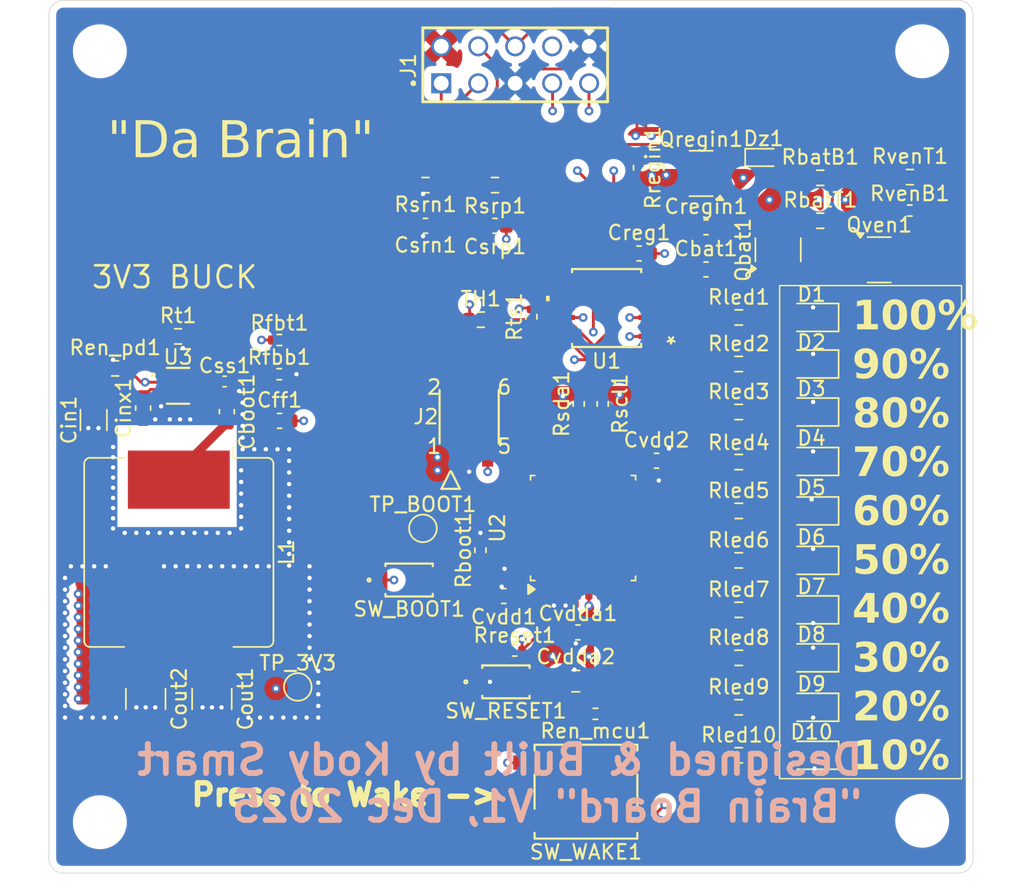
<source format=kicad_pcb>
(kicad_pcb (version 20241229) (generator "pcbnew") (generator_version "9.0")
  (layers (0 "F.Cu" signal) (4 "In1.Cu" signal) (6 "In2.Cu" signal) (2 "B.Cu" signal) (13 "F.Paste" user) (15 "B.Paste" user) (5 "F.SilkS" user "F.Silkscreen") (7 "B.SilkS" user "B.Silkscreen") (1 "F.Mask" user) (3 "B.Mask" user) (25 "Edge.Cuts" user))
  (net 0 "")
  (net 1 "/U1_BAT")
  (net 2 "/PACK_N")
  (net 3 "Net-(U3-SW)")
  (net 4 "/BST")
  (net 5 "/3V3_UI")
  (net 6 "Net-(U3-FB)")
  (net 7 "/PACK_P")
  (net 8 "GND")
  (net 9 "/REG25")
  (net 10 "/U1_REGIN")
  (net 11 "/SHUNT_N")
  (net 12 "/SHUNT_P")
  (net 13 "Net-(U3-SS)")
  (net 14 "Net-(D1-A)")
  (net 15 "Net-(D2-A)")
  (net 16 "Net-(D3-A)")
  (net 17 "Net-(D4-A)")
  (net 18 "Net-(D5-A)")
  (net 19 "Net-(D6-A)")
  (net 20 "Net-(D7-A)")
  (net 21 "Net-(D8-A)")
  (net 22 "Net-(D9-A)")
  (net 23 "Net-(D10-A)")
  (net 24 "Net-(Dz1-K)")
  (net 26 "/SWDIO")
  (net 27 "/SWCLK")
  (net 28 "/~{RST}")
  (net 29 "Net-(Qbat1-G)")
  (net 30 "Net-(Qbat1-D)")
  (net 31 "Net-(Qven1-G)")
  (net 32 "Net-(Qven1-D)")
  (net 33 "Net-(SW_BOOT1-B)")
  (net 34 "/EN_NET")
  (net 35 "Net-(U2-PA0)")
  (net 36 "/PA8_LED")
  (net 37 "/PB1_LED")
  (net 38 "/PB0_LED")
  (net 39 "/PA7_LED")
  (net 40 "/PA6_LED")
  (net 41 "/PA5_LED")
  (net 42 "/PA4_LED")
  (net 43 "/PA3_LED")
  (net 44 "/PA2_LED")
  (net 45 "/PA1_LED")
  (net 46 "/U3_SCL")
  (net 47 "/U3_SDA")
  (net 48 "Net-(U3-RT)")
  (net 49 "Net-(Rts1-Pad1)")
  (net 60 "/TS_EXT")
  (footprint "Capacitor_SMD:C_0603_1608Metric" (layer "F.Cu") (at 153.842893 108.742893 180)
    (property "Reference" "Cvdd1")
    (property "Value" "0.1uF")
  )
  (footprint "Inductor_SMD:L_Bourns_SRR1208_12.7x12.7mm" (layer "F.Cu") (at 131.517893 105.742893 -90)
    (property "Reference" "L1")
    (property "Value" "SRR1208-120ML")
  )
  (footprint "LED_SMD:LED_0805_2012Metric_Pad1.15x1.40mm_HandSolder" (layer "F.Cu") (at 174.992893 92.792893 180)
    (property "Reference" "D2")
    (property "Value" "5988170107F")
  )
  (footprint "Resistor_SMD:R_0402_1005Metric" (layer "F.Cu") (at 181.742893 82.242893)
    (property "Reference" "RvenB1")
    (property "Value" "RC0402JR-07100KL")
  )
  (footprint "Capacitor_SMD:C_0603_1608Metric" (layer "F.Cu") (at 158.942893 111.242893)
    (property "Reference" "Cvdda1")
    (property "Value" "Yageo CC0603KRX7R9BB104")
  )
  (footprint "Resistor_SMD:R_0603_1608Metric_Pad0.98x0.95mm_HandSolder" (layer "F.Cu") (at 169.992893 89.592893 180)
    (property "Reference" "Rled1")
    (property "Value" "RMCF0603FT1K00")
  )
  (footprint "Capacitor_SMD:C_1206_3216Metric" (layer "F.Cu") (at 125.667893 96.642893 -90)
    (property "Reference" "Cin1")
    (property "Value" "CL31A106KBHNNNE")
  )
  (footprint "Capacitor_SMD:C_0603_1608Metric" (layer "F.Cu") (at 163.142893 85.192893)
    (property "Reference" "Creg1")
    (property "Value" "GMC10X7R225K25NT")
  )
  (footprint "Resistor_SMD:R_0603_1608Metric" (layer "F.Cu") (at 148.467893 80.492893)
    (property "Reference" "Rsrn1")
    (property "Value" "CRCW0603100RFKEA")
  )
  (footprint "Capacitor_SMD:C_0603_1608Metric" (layer "F.Cu") (at 164.342893 99.442893)
    (property "Reference" "Cvdd2")
    (property "Value" "0.1uF")
  )
  (footprint "Capacitor_SMD:C_0603_1608Metric" (layer "F.Cu") (at 134.817893 96.067893 -90)
    (property "Reference" "Cboot1")
    (property "Value" "CC0603KRX7R9BB104")
  )
  (footprint "Resistor_SMD:R_0402_1005Metric" (layer "F.Cu") (at 155.742893 89.542893 90)
    (property "Reference" "Rts1")
    (property "Value" "RC0402JR-0710KL")
  )
  (footprint "Capacitor_SMD:C_1210_3225Metric" (layer "F.Cu") (at 129.242893 115.817893 -90)
    (property "Reference" "Cout2")
    (property "Value" "GRM32ER61C476KE15L")
  )
  (footprint "Resistor_SMD:R_0603_1608Metric_Pad0.98x0.95mm_HandSolder" (layer "F.Cu") (at 169.992893 102.892893 180)
    (property "Reference" "Rled5")
    (property "Value" "RMCF0603FT1K00")
  )
  (footprint "Resistor_SMD:R_0603_1608Metric_Pad0.98x0.95mm_HandSolder" (layer "F.Cu") (at 169.992893 109.692893 180)
    (property "Reference" "Rled7")
    (property "Value" "RMCF0603FT1K00")
  )
  (footprint "LED_SMD:LED_0805_2012Metric_Pad1.15x1.40mm_HandSolder" (layer "F.Cu") (at 174.992893 96.092893 180)
    (property "Reference" "D3")
    (property "Value" "5988170107F")
  )
  (footprint "Package_QFP:LQFP-32_7x7mm_P0.8mm" (layer "F.Cu") (at 159.292893 104.067893 90)
    (property "Reference" "U2")
    (property "Value" "STM32L031K6T6TR")
  )
  (footprint "Resistor_SMD:R_0603_1608Metric_Pad0.98x0.95mm_HandSolder" (layer "F.Cu") (at 169.992893 112.992893 180)
    (property "Reference" "Rled8")
    (property "Value" "RMCF0603FT1K00")
  )
  (footprint "KXT_311_LHS:KXT 311 LHS_CNK" (layer "F.Cu") (at 153.992893 114.642893)
    (property "Reference" "SW_RESET1")
    (property "Value" "Y25D31110FP")
  )
  (footprint "Resistor_SMD:R_0603_1608Metric" (layer "F.Cu") (at 181.752893 79.942893)
    (property "Reference" "RvenT1")
    (property "Value" "CRCW0603330KFKEA")
  )
  (footprint "Resistor_SMD:R_0402_1005Metric" (layer "F.Cu") (at 152.242893 105.592893 90)
    (property "Reference" "Rboot1")
    (property "Value" "RC0402JR-07100KL")
  )
  (footprint "TestPoint:TestPoint_Pad_D1.5mm" (layer "F.Cu") (at 148.292893 104.092893)
    (property "Reference" "TP_BOOT1")
    (property "Value" "TestPoint")
  )
  (footprint "Package_TO_SOT_SMD:SOT-23-3" (layer "F.Cu") (at 172.692893 84.942893 90)
    (property "Reference" "Qbat1")
    (property "Value" "BSS84-7-F")
  )
  (footprint "Resistor_SMD:R_0603_1608Metric" (layer "F.Cu") (at 131.467893 90.892893)
    (property "Reference" "Rt1")
    (property "Value" "CRCW060361K9FKEA")
  )
  (footprint "Resistor_SMD:R_0402_1005Metric" (layer "F.Cu") (at 154.592893 112.492893)
    (property "Reference" "Rreset1")
    (property "Value" "RC0402JR-0710KL")
  )
  (footprint "Resistor_SMD:R_0603_1608Metric" (layer "F.Cu") (at 152.267893 89.742893)
    (property "Reference" "TH1")
    (property "Value" "103KT1608T-1P")
  )
  (footprint "LED_SMD:LED_0805_2012Metric_Pad1.15x1.40mm_HandSolder" (layer "F.Cu") (at 174.992893 116.392893 180)
    (property "Reference" "D9")
    (property "Value" "B1701URO-20D000114U1930")
  )
  (footprint "Package_TO_SOT_SMD:SOT-23-3" (layer "F.Cu") (at 167.405393 79.692893 180)
    (property "Reference" "Qregin1")
    (property "Value" "2N7002")
  )
  (footprint "Capacitor_SMD:C_0603_1608Metric" (layer "F.Cu") (at 167.742893 86.292893)
    (property "Reference" "Cbat1")
    (property "Value" "GRM1885C1H332JA01D")
  )
  (footprint "MountingHole:MountingHole_3.2mm_M3" (layer "F.Cu") (at 126.092893 71.292893)
    (property "Reference" "H1" (hide yes))
    (property "Value" "MountingHole")
  )
  (footprint "Diode_SMD:D_SOD-523" (layer "F.Cu") (at 171.692893 78.592893)
    (property "Reference" "Dz1")
    (property "Value" "BZT52C5V6T-7")
  )
  (footprint "Resistor_SMD:R_0603_1608Metric_Pad0.98x0.95mm_HandSolder" (layer "F.Cu") (at 169.992893 96.092893 180)
    (property "Reference" "Rled3")
    (property "Value" "RMCF0603FT1K00")
  )
  (footprint "LED_SMD:LED_0805_2012Metric_Pad1.15x1.40mm_HandSolder" (layer "F.Cu") (at 174.992893 119.692893 180)
    (property "Reference" "D10")
    (property "Value" "B1701URO-20D000114U1930")
  )
  (footprint "LED_SMD:LED_0805_2012Metric_Pad1.15x1.40mm_HandSolder" (layer "F.Cu") (at 174.992893 112.992893 180)
    (property "Reference" "D8")
    (property "Value" "B1701UY--20D000214U1930")
  )
  (footprint "TestPoint:TestPoint_Pad_D1.5mm" (layer "F.Cu") (at 139.692893 114.992893)
    (property "Reference" "TP_3V3")
    (property "Value" "TestPoint")
  )
  (footprint "LED_SMD:LED_0805_2012Metric_Pad1.15x1.40mm_HandSolder" (layer "F.Cu") (at 174.992893 99.492893 180)
    (property "Reference" "D4")
    (property "Value" "5988170107F")
  )
  (footprint "MountingHole:MountingHole_3.2mm_M3" (layer "F.Cu") (at 182.592893 124.192893)
    (property "Reference" "H4" (hide yes))
    (property "Value" "MountingHole")
  )
  (footprint "LED_SMD:LED_0805_2012Metric_Pad1.15x1.40mm_HandSolder" (layer "F.Cu") (at 174.992893 102.892893 180)
    (property "Reference" "D5")
    (property "Value" "5988170107F")
  )
  (footprint "Resistor_SMD:R_0603_1608Metric" (layer "F.Cu") (at 153.242893 80.492893 180)
    (property "Reference" "Rsrp1")
    (property "Value" "CRCW0603100RFKEA")
  )
  (footprint "Capacitor_SMD:C_0603_1608Metric" (layer "F.Cu") (at 138.442893 96.7)
    (property "Reference" "Cff1")
    (property "Value" "C0603C560J5GACTU")
  )
  (footprint "MountingHole:MountingHole_3.2mm_M3" (layer "F.Cu") (at 182.592893 71.292893)
    (property "Reference" "H2" (hide yes))
    (property "Value" "MountingHole")
  )
  (footprint "Capacitor_SMD:C_0603_1608Metric" (layer "F.Cu") (at 148.467893 83.292893)
    (property "Reference" "Csrn1")
    (property "Value" "CC0603KRX7R9BB104")
  )
  (footprint "Capacitor_SMD:C_0603_1608Metric" (layer "F.Cu") (at 153.242893 83.292893 180)
    (property "Reference" "Csrp1")
    (property "Value" "CC0603KRX7R9BB104")
  )
  (footprint "LED_SMD:LED_0805_2012Metric_Pad1.15x1.40mm_HandSolder" (layer "F.Cu") (at 174.992893 89.592893 180)
    (property "Reference" "D1")
    (property "Value" "5988170107F")
  )
  (footprint "TPS62932DRLR:SOT8_DRL_TEX" (layer "F.Cu") (at 131.467993 94.292704)
    (property "Reference" "U3")
    (property "Value" "TPS62932DRLR")
  )
  (footprint "LED_SMD:LED_0805_2012Metric_Pad1.15x1.40mm_HandSolder" (layer "F.Cu") (at 174.992893 106.292893 180)
    (property "Reference" "D6")
    (property "Value" "5988170107F")
  )
  (footprint "LED_SMD:LED_0805_2012Metric_Pad1.15x1.40mm_HandSolder" (layer "F.Cu") (at 174.992893 109.692893 180)
    (property "Reference" "D7")
    (property "Value" "B1701UY--20D000214U1930")
  )
  (footprint "Capacitor_SMD:C_0402_1005Metric" (layer "F.Cu") (at 134.667893 93.992893)
    (property "Reference" "Css1")
    (property "Value" "GRM155R71A333KA01D")
  )
  (footprint "Resistor_SMD:R_0603_1608Metric" (layer "F.Cu") (at 175.592893 82.942893)
    (property "Reference" "RbatT1")
    (property "Value" "RC0603FR-07150KL")
  )
  (footprint "Resistor_SMD:R_0402_1005Metric" (layer "F.Cu") (at 163.142893 79.292893 90)
    (property "Reference" "Rregin1")
    (property "Value" "RC0402JR-0710KL")
  )
  (footprint "Capacitor_SMD:C_1210_3225Metric" (layer "F.Cu") (at 133.792893 115.817893 -90)
    (property "Reference" "Cout1")
    (property "Value" "GRM31CR61A476ME15L")
  )
  (footprint "Capacitor_SMD:C_0603_1608Metric" (layer "F.Cu") (at 129.067893 95.822893 -90)
    (property "Reference" "Cinx1")
    (property "Value" "CC0603KRX7R9BB104")
  )
  (footprint "Resistor_SMD:R_0402_1005Metric" (layer "F.Cu") (at 138.427893 91.142893)
    (property "Reference" "Rfbt1")
    (property "Value" "CRCW040230K9FKED")
  )
  (footprint "Resistor_SMD:R_0402_1005Metric" (layer "F.Cu") (at 160.642893 95.532893 90)
    (property "Reference" "Rscl1")
    (property "Value" "RC0603FR-074K7L")
  )
  (footprint "Resistor_SMD:R_0603_1608Metric_Pad0.98x0.95mm_HandSolder" (layer "F.Cu") (at 169.992893 99.532893 180)
    (property "Reference" "Rled4")
    (property "Value" "RMCF0603FT1K00")
  )
  (footprint "Resistor_SMD:R_0603_1608Metric" (layer "F.Cu") (at 175.592893 79.992893)
    (property "Reference" "RbatB1")
    (property "Value" "RC0603FR-074K7L")
  )
  (footprint "Package_TO_SOT_SMD:SOT-23-3" (layer "F.Cu") (at 179.642893 85.630393)
    (property "Reference" "Qven1")
    (property "Value" "DMN3042L-7")
  )
  (footprint "Capacitor_SMD:C_0805_2012Metric" (layer "F.Cu") (at 158.792893 114.592893)
    (property "Reference" "Cvdda2")
    (property "Value" "CL21B105KBFNNNE")
  )
  (footprint "Samsung_BTN_SMD:EVQQ2_3_PAN" (layer "F.Cu") (at 159.492891 122.192894 180)
    (property "Reference" "SW_WAKE1")
    (property "Value" "EVQ-Q2U03W")
  )
  (footprint "FTSH-103-01-L-DV-TR:CON6_2X3_DU_FTSH_SAI" (layer "F.Cu") (at 151.467893 96.417893)
    (property "Reference" "J2")
    (property "Value" "SWD")
  )
  (footprint "MountingHole:MountingHole_3.2mm_M3" (layer "F.Cu") (at 126.092893 124.292893)
    (property "Reference" "H3" (hide yes))
    (property "Value" "MountingHole")
  )
  (footprint "KXT_311_LHS:KXT 311 LHS_CNK" (layer "F.Cu") (at 147.342893 107.642893)
    (property "Reference" "SW_BOOT1")
    (property "Value" "Y25D31110FP")
  )
  (footprint "Resistor_SMD:R_0402_1005Metric" (layer "F.Cu") (at 138.417893 93.492893)
    (property "Reference" "Rfbb1")
    (property "Value" "RC0402JR-0710KL")
  )
  (footprint "Resistor_SMD:R_0603_1608Metric" (layer "F.Cu") (at 127.142893 93.092893)
    (property "Reference" "Ren_pd1")
    (property "Value" "CRCW06031M00FKEA")
  )
  (footprint "Capacitor_SMD:C_0603_1608Metric" (layer "F.Cu") (at 167.742893 83.392893)
    (property "Reference" "Cregin1")
    (property "Value" "CC0603KRX7R9BB104")
  )
  (footprint "Resistor_SMD:R_0603_1608Metric_Pad0.98x0.95mm_HandSolder" (layer "F.Cu") (at 169.992893 116.392893 180)
    (property "Reference" "Rled9")
    (property "Value" "RMCF0603FT1K00")
  )
  (footprint "Resistor_SMD:R_0603_1608Metric_Pad0.98x0.95mm_HandSolder" (layer "F.Cu") (at 169.992893 92.792893 180)
    (property "Reference" "Rled2")
    (property "Value" "RMCF0603FT1K00")
  )
  (footprint "Resistor_SMD:R_0603_1608Metric_Pad0.98x0.95mm_HandSolder" (layer "F.Cu") (at 169.992893 106.292893 180)
    (property "Reference" "Rled6")
    (property "Value" "RMCF0603FT1K00")
  )
  (footprint "Resistor_SMD:R_0402_1005Metric" (layer "F.Cu") (at 158.992893 95.532893 90)
    (property "Reference" "Rsda1")
    (property "Value" "RC0603FR-074K7L")
  )
  (footprint "BQ34Z100R2:PW14_TEX" (layer "F.Cu") (at 160.913893 88.942894 180)
    (property "Reference" "U1")
    (property "Value" "BQ34Z100PWR-R2")
  )
  (footprint "Resistor_SMD:R_0603_1608Metric_Pad0.98x0.95mm_HandSolder" (layer "F.Cu") (at 169.992893 119.692893 180)
    (property "Reference" "Rled10")
    (property "Value" "RMCF0603FT1K00")
  )
  (footprint "Resistor_SMD:R_0402_1005Metric" (layer "F.Cu") (at 160.142893 116.842893 180)
    (property "Reference" "Ren_mcu1")
    (property "Value" "RC0402JR-0710KL")
  )
  (footprint "Samtec_2x05_THT:SAMTEC_DW-05-X-X-D-X" (layer "F.Cu") (at 149.550393 73.492893)
    (property "Reference" "J1")
    (property "Value" "HW-05-08-F-D-250-SM")
  )
  (gr_rect (start 172.8 87.4) (end 185.3 121.3) (stroke (width 0.1)) (fill no) (layer "F.SilkS"))
  (gr_arc (start 185.092893 67.792893) (mid 185.8 68.085786) (end 186.092893 68.792893) (stroke (width 0.05)) (layer "Edge.Cuts"))
  (gr_arc (start 123.592893 127.792893) (mid 122.885786 127.5) (end 122.592893 126.792893) (stroke (width 0.05)) (layer "Edge.Cuts"))
  (gr_line (start 123.592893 67.792893) (end 185.092893 67.792893) (stroke (width 0.05)) (layer "Edge.Cuts"))
  (gr_arc (start 186.092893 126.792893) (mid 185.8 127.5) (end 185.092893 127.792893) (stroke (width 0.05)) (layer "Edge.Cuts"))
  (gr_line (start 122.592908 126.792893) (end 122.592908 68.792893) (stroke (width 0.05)) (layer "Edge.Cuts"))
  (gr_line (start 185.092893 127.792893) (end 123.592893 127.792893) (stroke (width 0.05)) (layer "Edge.Cuts"))
  (gr_line (start 186.092893 68.792893) (end 186.092893 126.792893) (stroke (width 0.05)) (layer "Edge.Cuts"))
  (gr_arc (start 122.592893 68.792893) (mid 122.885786 68.085786) (end 123.592893 67.792893) (stroke (width 0.05)) (layer "Edge.Cuts"))
  (gr_text "Press to Wake ->" (at 132.2 123.282269 0) (layer "F.SilkS") (effects (font (size 1.5 1.5) (thickness 0.375) (bold yes)) (justify left bottom)))
  (gr_text "{dblquote}Da Brain{dblquote}" (at 126.6 79 0) (layer "F.SilkS") (effects (font (size 2.5 2.5) (thickness 0.3)) (justify left bottom)))
  (gr_text "100%\n90%\n80%\n70%\n60%\n50%\n40%\n30%\n20%\n10%" (at 177.792893 120.992893 0) (layer "F.SilkS") (effects (font (size 2 2) (thickness 0.3) (bold yes)) (justify left bottom)))
  (gr_text "3V3 BUCK" (at 125.426822 87.7 0) (layer "F.SilkS") (effects (font (size 1.5 1.5) (thickness 0.1875)) (justify left bottom)))
  (gr_text "Designed & Built by Kody Smart\n{dblquote}Brain Board{dblquote} V1, Dec 2025" (at 178.7 124.4 0) (layer "B.SilkS") (effects (font (size 2 2) (thickness 0.4) (bold yes)) (justify left bottom mirror)))
  (segment (start 176.417893 79.992893) (end 176.417893 82.942893) (width 0.2) (layer "F.Cu") (net 1))
  (segment (start 166.967893 86.746494) (end 166.967893 86.292893) (width 0.2) (layer "F.Cu") (net 1))
  (segment (start 164.771493 88.942894) (end 166.967893 86.746494) (width 0.2) (layer "F.Cu") (net 1))
  (segment (start 167.743893 87.068893) (end 166.967893 86.292893) (width 0.2) (layer "F.Cu") (net 1))
  (segment (start 173.425925 84.992893) (end 172.592893 85.825925) (width 0.2) (layer "F.Cu") (net 1))
  (segment (start 175.956957 82.942893) (end 173.906957 84.992893) (width 0.2) (layer "F.Cu") (net 1))
  (segment (start 176.417893 82.942893) (end 175.956957 82.942893) (width 0.2) (layer "F.Cu") (net 1))
  (segment (start 163.834893 88.942894) (end 164.771493 88.942894) (width 0.2) (layer "F.Cu") (net 1))
  (segment (start 173.906957 84.992893) (end 173.425925 84.992893) (width 0.2) (layer "F.Cu") (net 1))
  (segment (start 172.592893 85.825925) (end 172.592893 86.692893) (width 0.2) (layer "F.Cu") (net 1))
  (segment (start 172.216893 87.068893) (end 167.743893 87.068893) (width 0.2) (layer "F.Cu") (net 1))
  (segment (start 172.592893 86.692893) (end 172.216893 87.068893) (width 0.2) (layer "F.Cu") (net 1))
  (segment (start 168.517893 83.283107) (end 174.1 77.701) (width 0.2) (layer "F.Cu") (net 2))
  (segment (start 154.067893 75.470393) (end 153.4 74.8025) (width 0.2) (layer "F.Cu") (net 2))
  (segment (start 152.090393 70.952893) (end 153.4 72.2625) (width 0.2) (layer "F.Cu") (net 2))
  (segment (start 154.017893 80.617893) (end 154.017893 83.292893) (width 0.2) (layer "F.Cu") (net 2))
  (segment (start 161.4 77.701) (end 159.2 77.701) (width 0.2) (layer "F.Cu") (net 2))
  (segment (start 162.367893 78.668893) (end 161.4 77.701) (width 0.2) (layer "F.Cu") (net 2))
  (segment (start 174.1 77.701) (end 172.4 77.701) (width 0.2) (layer "F.Cu") (net 2))
  (segment (start 151.5 89.685786) (end 151.442893 89.742893) (width 0.2) (layer "F.Cu") (net 2))
  (segment (start 154.017893 84.2) (end 154.017893 83.292893) (width 0.2) (layer "F.Cu") (net 2))
  (segment (start 174.767893 79.992893) (end 174.767893 77.733107) (width 0.2) (layer "F.Cu") (net 2))
  (segment (start 172.392893 77.708107) (end 172.4 77.701) (width 0.2) (layer "F.Cu") (net 2))
  (segment (start 157.992893 78.908107) (end 159.2 77.701) (width 0.2) (layer "F.Cu") (net 2))
  (segment (start 174.8 77.701) (end 174.1 77.701) (width 0.2) (layer "F.Cu") (net 2))
  (segment (start 172.392893 78.592893) (end 172.392893 77.708107) (width 0.2) (layer "F.Cu") (net 2))
  (segment (start 180.780393 85.630393) (end 183.278893 83.131893) (width 0.2) (layer "F.Cu") (net 2))
  (segment (start 159.3 89.6) (end 158 89.6) (width 0.2) (layer "F.Cu") (net 2))
  (segment (start 156.2985 77.701) (end 159.2 77.701) (width 0.2) (layer "F.Cu") (net 2))
  (segment (start 181.525064 77.701) (end 174.8 77.701) (width 0.2) (layer "F.Cu") (net 2))
  (segment (start 157.992893 86.992893) (end 157.992893 78.908107) (width 0.2) (layer "F.Cu") (net 2))
  (segment (start 162.5 90.9) (end 163.827788 90.9) (width 0.2) (layer "F.Cu") (net 2))
  (segment (start 154.067893 80.492893) (end 154.067893 75.470393) (width 0.2) (layer "F.Cu") (net 2))
  (segment (start 154.067893 80.567893) (end 154.017893 80.617893) (width 0.2) (layer "F.Cu") (net 2))
  (segment (start 153.4 74.8025) (end 156.2985 77.701) (width 0.2) (layer "F.Cu") (net 2))
  (segment (start 174.767893 77.733107) (end 174.8 77.701) (width 0.2) (layer "F.Cu") (net 2))
  (segment (start 162.5 89.6) (end 163.827786 89.6) (width 0.2) (layer "F.Cu") (net 2))
  (segment (start 168.517893 86.292893) (end 168.517893 83.283107) (width 0.2) (layer "F.Cu") (net 2))
  (segment (start 154.067893 80.492893) (end 154.067893 80.567893) (width 0.2) (layer "F.Cu") (net 2))
  (segment (start 151.5 88.7) (end 151.5 89.685786) (width 0.2) (layer "F.Cu") (net 2))
  (segment (start 183.278893 79.454829) (end 181.525064 77.701) (width 0.2) (layer "F.Cu") (net 2))
  (segment (start 163.827786 89.6) (end 163.834893 89.592893) (width 0.2) (layer "F.Cu") (net 2))
  (segment (start 163.827788 90.9) (end 163.834893 90.892895) (width 0.2) (layer "F.Cu") (net 2))
  (segment (start 172.4 77.701) (end 161.4 77.701) (width 0.2) (layer "F.Cu") (net 2))
  (segment (start 158 89.6) (end 157.992893 89.592893) (width 0.2) (layer "F.Cu") (net 2))
  (segment (start 153.4 72.2625) (end 153.4 74.8025) (width 0.2) (layer "F.Cu") (net 2))
  (segment (start 162.367893 85.192893) (end 162.367893 78.668893) (width 0.2) (layer "F.Cu") (net 2))
  (segment (start 183.278893 83.131893) (end 183.278893 79.454829) (width 0.2) (layer "F.Cu") (net 2))
  (via (at 151.5 88.7) (size 0.6) (drill 0.3) (layers "F.Cu" "B.Cu") (net 2))
  (via (at 154.017893 84.2) (size 0.6) (drill 0.3) (layers "F.Cu" "B.Cu") (net 2))
  (via (at 162.5 89.6) (size 0.6) (drill 0.3) (layers "F.Cu" "B.Cu") (net 2))
  (via (at 159.3 89.6) (size 0.6) (drill 0.3) (layers "F.Cu" "B.Cu") (net 2))
  (via (at 162.5 90.9) (size 0.6) (drill 0.3) (layers "F.Cu" "B.Cu") (net 2))
  (segment (start 132.268093 95.042893) (end 134.068093 96.842893) (width 0.2) (layer "F.Cu") (net 3))
  (segment (start 131.517893 100.742893) (end 131.517893 100.142893) (width 0.6) (layer "F.Cu") (net 3))
  (segment (start 134.068093 96.842893) (end 134.817893 96.842893) (width 0.2) (layer "F.Cu") (net 3))
  (segment (start 131.517893 100.142893) (end 134.817893 96.842893) (width 0.6) (layer "F.Cu") (net 3))
  (segment (start 132.823693 94.542767) (end 133.573819 95.292893) (width 0.2) (layer "F.Cu") (net 4))
  (segment (start 132.268093 94.542767) (end 132.823693 94.542767) (width 0.2) (layer "F.Cu") (net 4))
  (segment (start 133.573819 95.292893) (end 134.817893 95.292893) (width 0.2) (layer "F.Cu") (net 4))
  (segment (start 162.542893 99.442893) (end 162.092893 99.892893) (width 0.2) (layer "F.Cu") (net 5))
  (segment (start 137.2 91.142893) (end 137.917893 91.142893) (width 0.2) (layer "F.Cu") (net 5))
  (segment (start 139.585786 115.1) (end 139.692893 114.992893) (width 0.2) (layer "F.Cu") (net 5))
  (segment (start 159.692893 109.4) (end 159.692893 108.242893) (width 0.2) (layer "F.Cu") (net 5))
  (segment (start 163.567893 99.442893) (end 162.542893 99.442893) (width 0.2) (layer "F.Cu") (net 5))
  (segment (start 138.2 115.1) (end 139.585786 115.1) (width 0.2) (layer "F.Cu") (net 5))
  (segment (start 155.992893 108.742893) (end 156.492893 108.242893) (width 0.2) (layer "F.Cu") (net 5))
  (segment (start 146.3 107.642893) (end 145.567491 107.642893) (width 0.2) (layer "F.Cu") (net 5))
  (segment (start 140.1 96.7) (end 139.217893 96.7) (width 0.2) (layer "F.Cu") (net 5))
  (segment (start 154.617893 108.742893) (end 155.992893 108.742893) (width 0.2) (layer "F.Cu") (net 5))
  (via (at 124.6 111.8) (size 0.6) (drill 0.3) (layers "F.Cu" "B.Cu") (net 5))
  (via (at 138.2 115.1) (size 0.6) (drill 0.3) (layers "F.Cu" "B.Cu") (net 5))
  (via (at 137.2 91.142893) (size 0.6) (drill 0.3) (layers "F.Cu" "B.Cu") (net 5))
  (via (at 159.7 112.9) (size 0.6) (drill 0.3) (layers "F.Cu" "B.Cu") (net 5))
  (via (at 149.3 100.1) (size 0.6) (drill 0.3) (layers "F.Cu" "B.Cu") (net 5))
  (via (at 157.9 95) (size 0.6) (drill 0.3) (layers "F.Cu" "B.Cu") (net 5))
  (via (at 124.6 109.4) (size 0.6) (drill 0.3) (layers "F.Cu" "B.Cu") (net 5))
  (via (at 140.1 96.7) (size 0.6) (drill 0.3) (layers "F.Cu" "B.Cu") (net 5))
  (via (at 159.692893 109.4) (size 0.6) (drill 0.3) (layers "F.Cu" "B.Cu") (net 5))
  (via (at 124.6 110.2) (size 0.6) (drill 0.3) (layers "F.Cu" "B.Cu") (net 5))
  (via (at 124.6 111) (size 0.6) (drill 0.3) (layers "F.Cu" "B.Cu") (net 5))
  (via (at 146.3 107.642893) (size 0.6) (drill 0.3) (layers "F.Cu" "B.Cu") (net 5))
  (via (at 124.6 114.2) (size 0.6) (drill 0.3) (layers "F.Cu" "B.Cu") (net 5))
  (via (at 149.3 99.2) (size 0.6) (drill 0.3) (layers "F.Cu" "B.Cu") (net 5))
  (via (at 157.2 112.9) (size 0.6) (drill 0.3) (layers "F.Cu" "B.Cu") (net 5))
  (via (at 161.8 94.9) (size 0.6) (drill 0.3) (layers "F.Cu" "B.Cu") (net 5))
  (via (at 124.6 115) (size 0.6) (drill 0.3) (layers "F.Cu" "B.Cu") (net 5))
  (via (at 124.6 112.6) (size 0.6) (drill 0.3) (layers "F.Cu" "B.Cu") (net 5))
  (via (at 124.6 108.6) (size 0.6) (drill 0.3) (layers "F.Cu" "B.Cu") (net 5))
  (via (at 124.6 115.8) (size 0.6) (drill 0.3) (layers "F.Cu" "B.Cu") (net 5))
  (via (at 124.6 113.4) (size 0.6) (drill 0.3) (layers "F.Cu" "B.Cu") (net 5))
  (segment (start 136.3 92.7) (end 137.115 92.7) (width 0.2) (layer "F.Cu") (net 6))
  (segment (start 132.268093 93.542515) (end 133.110608 92.7) (width 0.2) (layer "F.Cu") (net 6))
  (segment (start 137.667893 94.067893) (end 136.3 92.7) (width 0.2) (layer "F.Cu") (net 6))
  (segment (start 137.907893 92.172893) (end 138.937893 91.142893) (width 0.2) (layer "F.Cu") (net 6))
  (segment (start 137.667893 94.067893) (end 137.667893 96.7) (width 0.2) (layer "F.Cu") (net 6))
  (segment (start 137.907893 93.492893) (end 137.907893 92.172893) (width 0.2) (layer "F.Cu") (net 6))
  (segment (start 133.110608 92.7) (end 136.3 92.7) (width 0.2) (layer "F.Cu") (net 6))
  (segment (start 137.115 92.7) (end 137.907893 93.492893) (width 0.2) (layer "F.Cu") (net 6))
  (segment (start 161.1 68.4) (end 163 70.3) (width 0.2) (layer "F.Cu") (net 7))
  (segment (start 163.6 76.7) (end 163.6 70.9) (width 0.2) (layer "F.Cu") (net 7))
  (segment (start 154.630393 70.952893) (end 152.7775 69.1) (width 0.2) (layer "F.Cu") (net 7))
  (segment (start 163 70.3) (end 163 77) (width 0.2) (layer "F.Cu") (net 7))
  (segment (start 129.573019 94.542767) (end 129.067893 95.047893) (width 0.2) (layer "F.Cu") (net 7))
  (segment (start 163.6 70.9) (end 163 70.3) (width 0.2) (layer "F.Cu") (net 7))
  (segment (start 152.7775 69.1) (end 151.403286 69.1) (width 0.2) (layer "F.Cu") (net 7))
  (segment (start 164 77.1) (end 163.6 76.7) (width 0.2) (layer "F.Cu") (net 7))
  (segment (start 130.667893 94.542767) (end 129.573019 94.542767) (width 0.2) (layer "F.Cu") (net 7))
  (segment (start 163 77) (end 162.9 77.1) (width 0.2) (layer "F.Cu") (net 7))
  (segment (start 161.1 68.393893) (end 161.1 68.4) (width 0.2) (layer "F.Cu") (net 7))
  (segment (start 157.189393 68.393893) (end 161.1 68.393893) (width 0.2) (layer "F.Cu") (net 7))
  (segment (start 151.403286 69.1) (end 149.550393 70.952893) (width 0.2) (layer "F.Cu") (net 7))
  (segment (start 154.630393 70.952893) (end 157.189393 68.393893) (width 0.2) (layer "F.Cu") (net 7))
  (via (at 177.3 81.5) (size 0.6) (drill 0.3) (layers "F.Cu" "B.Cu") (net 7))
  (via (at 162.9 77.1) (size 0.6) (drill 0.3) (layers "F.Cu" "B.Cu") (net 7))
  (via (at 170.3 80) (size 0.6) (drill 0.3) (layers "F.Cu" "B.Cu") (net 7))
  (via (at 164 79.8) (size 0.6) (drill 0.3) (layers "F.Cu" "B.Cu") (net 7))
  (via (at 172.1 81.5) (size 0.6) (drill 0.3) (layers "F.Cu" "B.Cu") (net 7))
  (via (at 175.5 81.5) (size 0.6) (drill 0.3) (layers "F.Cu" "B.Cu") (net 7))
  (via (at 165 79.8) (size 0.6) (drill 0.3) (layers "F.Cu" "B.Cu") (net 7))
  (via (at 164 77.1) (size 0.6) (drill 0.3) (layers "F.Cu" "B.Cu") (net 7))
  (segment (start 175.792893 112.992893) (end 175.1 112.3) (width 0.2) (layer "F.Cu") (net 8))
  (segment (start 159.710393 70.952893) (end 158.156393 72.506893) (width 0.2) (layer "F.Cu") (net 8))
  (segment (start 153.9 106.867893) (end 155.117893 106.867893) (width 0.2) (layer "F.Cu") (net 8))
  (segment (start 176.017893 92.792893) (end 175.792893 92.792893) (width 0.2) (layer "F.Cu") (net 8))
  (segment (start 152.9 114.642893) (end 152.217491 114.642893) (width 0.2) (layer "F.Cu") (net 8))
  (segment (start 176.017893 89.592893) (end 175.792893 89.592893) (width 0.2) (layer "F.Cu") (net 8))
  (segment (start 135.147893 94.138797) (end 135.147893 93.992893) (width 0.2) (layer "F.Cu") (net 8))
  (segment (start 131.8 91.7) (end 132.292893 91.207107) (width 0.2) (layer "F.Cu") (net 8))
  (segment (start 126 97.785786) (end 125.667893 98.117893) (width 0.2) (layer "F.Cu") (net 8))
  (segment (start 153.067893 108.732107) (end 153.067893 108.742893) (width 0.2) (layer "F.Cu") (net 8))
  (segment (start 123.7 117.1) (end 124.8 117.1) (width 0.2) (layer "F.Cu") (net 8))
  (segment (start 133.15 116.4) (end 133.15 116.65) (width 0.2) (layer "F.Cu") (net 8))
  (segment (start 176.017893 106.292893) (end 175.892893 106.292893) (width 0.2) (layer "F.Cu") (net 8))
  (segment (start 125.3 97.75) (end 125.667893 98.117893) (width 0.2) (layer "F.Cu") (net 8))
  (segment (start 158.092893 109.4) (end 158.092893 108.242893) (width 0.2) (layer "F.Cu") (net 8))
  (segment (start 175.792893 99.492893) (end 175.1 98.8) (width 0.2) (layer "F.Cu") (net 8))
  (segment (start 175.807107 116.392893) (end 175.1 117.1) (width 0.2) (layer "F.Cu") (net 8))
  (segment (start 175.792893 89.592893) (end 175.1 88.9) (width 0.2) (layer "F.Cu") (net 8))
  (segment (start 129.242893 116.4) (end 129.242893 117.292893) (width 0.2) (layer "F.Cu") (net 8))
  (segment (start 158.167893 111.367893) (end 158.167893 111.242893) (width 0.2) (layer "F.Cu") (net 8))
  (segment (start 164.5 100.8) (end 163.935786 100.8) (width 0.2) (layer "F.Cu") (net 8))
  (segment (start 176.017893 119.692893) (end 176.017893 119.782107) (width 0.2) (layer "F.Cu") (net 8))
  (segment (start 158.7 113.8) (end 157.907107 114.592893) (width 0.2) (layer "F.Cu") (net 8))
  (segment (start 123.7 117.1) (end 123.7 107.1) (width 0.2) (layer "F.Cu") (net 8))
  (segment (start 175.792893 96.092893) (end 175.1 95.4) (width 0.2) (layer "F.Cu") (net 8))
  (segment (start 124.9 106.7) (end 124.301 106.7) (width 0.2) (layer "F.Cu") (net 8))
  (segment (start 128.6 116.4) (end 128.6 116.65) (width 0.2) (layer "F.Cu") (net 8))
  (segment (start 152.242893 104.4) (end 152.242893 105.082893) (width 0.2) (layer "F.Cu") (net 8))
  (segment (start 148.3 84) (end 147.692893 83.392893) (width 0.2) (layer "F.Cu") (net 8))
  (segment (start 134.45 116.4) (end 134.45 116.635786) (width 0.2) (layer "F.Cu") (net 8))
  (segment (start 129.9 116.4) (end 129.9 116.635786) (width 0.2) (layer "F.Cu") (net 8))
  (segment (start 155.616393 72.506893) (end 154.630393 73.492893) (width 0.2) (layer "F.Cu") (net 8))
  (segment (start 165.2 98.6) (end 165.2 99.360786) (width 0.2) (layer "F.Cu") (net 8))
  (segment (start 176.017893 96.092893) (end 175.792893 96.092893) (width 0.2) (layer "F.Cu") (net 8))
  (segment (start 163.935786 100.8) (end 163.467893 101.267893) (width 0.2) (layer "F.Cu") (net 8))
  (segment (start 147.692893 83.392893) (end 147.692893 83.292893) (width 0.2) (layer "F.Cu") (net 8))
  (segment (start 126.407107 93.092893) (end 126.317893 93.092893) (width 0.2) (layer "F.Cu") (net 8))
  (segment (start 158.156393 72.506893) (end 155.616393 72.506893) (width 0.2) (layer "F.Cu") (net 8))
  (segment (start 147.692893 80.492893) (end 147.642893 80.492893) (width 0.2) (layer "F.Cu") (net 8))
  (segment (start 175.792893 92.792893) (end 175.1 92.1) (width 0.2) (layer "F.Cu") (net 8))
  (segment (start 176.017893 109.692893) (end 176.007107 109.692893) (width 0.2) (layer "F.Cu") (net 8))
  (segment (start 176.017893 116.392893) (end 175.807107 116.392893) (width 0.2) (layer "F.Cu") (net 8))
  (segment (start 126 97.2) (end 126 97.785786) (width 0.2) (layer "F.Cu") (net 8))
  (segment (start 175.892893 106.292893) (end 175.1 105.5) (width 0.2) (layer "F.Cu") (net 8))
  (segment (start 135.661754 94.651703) (end 135.660799 94.651703) (width 0.2) (layer "F.Cu") (net 8))
  (segment (start 165.2 99.360786) (end 165.117893 99.442893) (width 0.2) (layer "F.Cu") (net 8))
  (segment (start 128.6 116.65) (end 129.242893 117.292893) (width 0.2) (layer "F.Cu") (net 8))
  (segment (start 139.6 93.492893) (end 138.927893 93.492893) (width 0.2) (layer "F.Cu") (net 8))
  (segment (start 175.792893 102.892893) (end 175 102.1) (width 0.2) (layer "F.Cu") (net 8))
  (segment (start 176.017893 102.892893) (end 175.792893 102.892893) (width 0.2) (layer "F.Cu") (net 8))
  (segment (start 130.3 95.7) (end 130.3 95.410786) (width 0.2) (layer "F.Cu") (net 8))
  (segment (start 133.792893 116.4) (end 133.792893 117.292893) (width 0.2) (layer "F.Cu") (net 8))
  (segment (start 129.07 96.6) (end 129.067893 96.597893) (width 0.2) (layer "F.Cu") (net 8))
  (segment (start 134.45 116.635786) (end 133.792893 117.292893) (width 0.2) (layer "F.Cu") (net 8))
  (segment (start 132.292893 91.207107) (end 132.292893 90.892893) (width 0.2) (layer "F.Cu") (net 8))
  (segment (start 129.9 96.6) (end 129.07 96.6) (width 0.2) (layer "F.Cu") (net 8))
  (segment (start 148.3 81.1) (end 147.692893 80.492893) (width 0.2) (layer "F.Cu") (net 8))
  (segment (start 153.7 108.1) (end 153.067893 108.732107) (width 0.2) (layer "F.Cu") (net 8))
  (segment (start 157.292893 109.4) (end 157.292893 108.242893) (width 0.2) (layer "F.Cu") (net 8))
  (segment (start 127 92.5) (end 126.407107 93.092893) (width 0.2) (layer "F.Cu") (net 8))
  (segment (start 130.3 95.410786) (end 130.667893 95.042893) (width 0.2) (layer "F.Cu") (net 8))
  (segment (start 123.7 107.1) (end 124.1 106.7) (width 0.2) (layer "F.Cu") (net 8))
  (segment (start 125.3 97.2) (end 125.3 97.75) (width 0.2) (layer "F.Cu") (net 8))
  (segment (start 176.007107 109.692893) (end 175.1 110.6) (width 0.2) (layer "F.Cu") (net 8))
  (segment (start 129.9 116.635786) (end 129.242893 117.292893) (width 0.2) (layer "F.Cu") (net 8))
  (segment (start 133.15 116.65) (end 133.792893 117.292893) (width 0.2) (layer "F.Cu") (net 8))
  (segment (start 176.017893 119.782107) (end 175.2 120.6) (width 0.2) (layer "F.Cu") (net 8))
  (segment (start 151.467893 100.2) (end 151.467893 98.449893) (width 0.2) (layer "F.Cu") (net 8))
  (segment (start 176.017893 99.492893) (end 175.792893 99.492893) (width 0.2) (layer "F.Cu") (net 8))
  (segment (start 158.8 112) (end 158.167893 111.367893) (width 0.2) (layer "F.Cu") (net 8))
  (segment (start 157.907107 114.592893) (end 157.842893 114.592893) (width 0.2) (layer "F.Cu") (net 8))
  (segment (start 135.660799 94.651703) (end 135.147893 94.138797) (width 0.2) (layer "F.Cu") (net 8))
  (segment (start 176.017893 112.992893) (end 175.792893 112.992893) (width 0.2) (layer "F.Cu") (net 8))
  (via (at 134.5 106.7) (size 0.6) (drill 0.3) (layers "F.Cu" "B.Cu") (net 8))
  (via (at 130.5 106.7) (size 0.6) (drill 0.3) (layers "F.Cu" "B.Cu") (net 8))
  (via (at 141.1 114.7) (size 0.6) (drill 0.3) (layers "F.Cu" "B.Cu") (net 8))
  (via (at 140.5 108.3) (size 0.6) (drill 0.3) (layers "F.Cu" "B.Cu") (net 8))
  (via (at 175.1 92.1) (size 0.6) (drill 0.3) (layers "F.Cu" "B.Cu") (net 8))
  (via (at 135.661754 94.651703) (size 0.6) (drill 0.3) (layers "F.Cu" "B.Cu") (net 8))
  (via (at 131.8 104.4) (size 0.6) (drill 0.3) (layers "F.Cu" "B.Cu") (net 8))
  (via (at 127 101.3) (size 0.6) (drill 0.3) (layers "F.Cu" "B.Cu") (net 8))
  (via (at 134.45 116.4) (size 0.6) (drill 0.3) (layers "F.Cu" "B.Cu") (net 8))
  (via (at 141.1 115.5) (size 0.6) (drill 0.3) (layers "F.Cu" "B.Cu") (net 8))
  (via (at 135.8 103.3) (size 0.6) (drill 0.3) (layers "F.Cu" "B.Cu") (net 8))
  (via (at 134.2 104.4) (size 0.6) (drill 0.3) (layers "F.Cu" "B.Cu") (net 8))
  (via (at 127.2 117.1) (size 0.6) (drill 0.3) (layers "F.Cu" "B.Cu") (net 8))
  (via (at 133.7 106.7) (size 0.6) (drill 0.3) (layers "F.Cu" "B.Cu") (net 8))
  (via (at 129.9 116.4) (size 0.6) (drill 0.3) (layers "F.Cu" "B.Cu") (net 8))
  (via (at 130.9 96.6) (size 0.6) (drill 0.3) (layers "F.Cu" "B.Cu") (net 8))
  (via (at 123.7 113.1) (size 0.6) (drill 0.3) (layers "F.Cu" "B.Cu") (net 8))
  (via (at 127 99.2) (size 0.6) (drill 0.3) (layers "F.Cu" "B.Cu") (net 8))
  (via (at 124.1 106.7) (size 0.6) (drill 0.3) (layers "F.Cu" "B.Cu") (net 8))
  (via (at 129.9 96.6) (size 0.6) (drill 0.3) (layers "F.Cu" "B.Cu") (net 8))
  (via (at 123.7 109.9) (size 0.6) (drill 0.3) (layers "F.Cu" "B.Cu") (net 8))
  (via (at 138.3 98.651703) (size 0.6) (drill 0.3) (layers "F.Cu" "B.Cu") (net 8))
  (via (at 139.1 105.051703) (size 0.6) (drill 0.3) (layers "F.Cu" "B.Cu") (net 8))
  (via (at 157.292893 109.4) (size 0.6) (drill 0.3) (layers "F.Cu" "B.Cu") (net 8))
  (via (at 153.9 106.867893) (size 0.6) (drill 0.3) (layers "F.Cu" "B.Cu") (net 8))
  (via (at 175.1 88.9) (size 0.6) (drill 0.3) (layers "F.Cu" "B.Cu") (net 8))
  (via (at 131 104.4) (size 0.6) (drill 0.3) (layers "F.Cu" "B.Cu") (net 8))
  (via (at 165.2 98.6) (size 0.6) (drill 0.3) (layers "F.Cu" "B.Cu") (net 8))
  (via (at 123.7 111.5) (size 0.6) (drill 0.3) (layers "F.Cu" "B.Cu") (net 8))
  (via (at 127 103.4) (size 0.6) (drill 0.3) (layers "F.Cu" "B.Cu") (net 8))
  (via (at 136.9 106.7) (size 0.6) (drill 0.3) (layers "F.Cu" "B.Cu") (net 8))
  (via (at 135 104.4) (size 0.6) (drill 0.3) (layers "F.Cu" "B.Cu") (net 8))
  (via (at 139.1 104.251703) (size 0.6) (drill 0.3) (layers "F.Cu" "B.Cu") (net 8))
  (via (at 175.1 105.5) (size 0.6) (drill 0.3) (layers "F.Cu" "B.Cu") (net 8))
  (via (at 132.9 106.7) (size 0.6) (drill 0.3) (layers "F.Cu" "B.Cu") (net 8))
  (via (at 139.6 93.492893) (size 0.6) (drill 0.3) (layers "F.Cu" "B.Cu") (net 8))
  (via (at 124.8 117.1) (size 0.6) (drill 0.3) (layers "F.Cu" "B.Cu") (net 8))
  (via (at 131.8 91.7) (size 0.6) (drill 0.3) (layers "F.Cu" "B.Cu") (net 8))
  (via (at 175.2 120.6) (size 0.6) (drill 0.3) (layers "F.Cu" "B.Cu") (net 8))
  (via (at 164.5 100.8) (size 0.6) (drill 0.3) (layers "F.Cu" "B.Cu") (net 8))
  (via (at 132.3 96.6) (size 0.6) (drill 0.3) (layers "F.Cu" "B.Cu") (net 8))
  (via (at 131.6 96.6) (size 0.6) (drill 0.3) (layers "F.Cu" "B.Cu") (net 8))
  (via (at 135.3 106.7) (size 0.6) (drill 0.3) (layers "F.Cu" "B.Cu") (net 8))
  (via (at 128.6 104.4) (size 0.6) (drill 0.3) (layers "F.Cu" "B.Cu") (net 8))
  (via (at 127 104.1) (size 0.6) (drill 0.3) (layers "F.Cu" "B.Cu") (net 8))
  (via (at 125.6 117.1) (size 0.6) (drill 0.3) (layers "F.Cu" "B.Cu") (net 8))
  (via (at 151.467893 100.2) (size 0.6) (drill 0.3) (layers "F.Cu" "B.Cu") (net 8))
  (via (at 140.5 113.1) (size 0.6) (drill 0.3) (layers "F.Cu" "B.Cu") (net 8))
  (via (at 141.1 116.3) (size 0.6) (drill 0.3) (layers "F.Cu" "B.Cu") (net 8))
  (via (at 129.4 104.4) (size 0.6) (drill 0.3) (layers "F.Cu" "B.Cu") (net 8))
  (via (at 139.5 117.1) (size 0.6) (drill 0.3) (layers "F.Cu" "B.Cu") (net 8))
  (via (at 135.9 97.051703) (size 0.6) (drill 0.3) (layers "F.Cu" "B.Cu") (net 8))
  (via (at 148.3 81.1) (size 0.6) (drill 0.3) (layers "F.Cu" "B.Cu") (net 8))
  (via (at 123.7 108.3) (size 0.6) (drill 0.3) (layers "F.Cu" "B.Cu") (net 8))
  (via (at 141.1 117.1) (size 0.6) (drill 0.3) (layers "F.Cu" "B.Cu") (net 8))
  (via (at 125.7 106.7) (size 0.6) (drill 0.3) (layers "F.Cu" "B.Cu") (net 8))
  (via (at 123.7 117.1) (size 0.6) (drill 0.3) (layers "F.Cu" "B.Cu") (net 8))
  (via (at 140.5 109.1) (size 0.6) (drill 0.3) (layers "F.Cu" "B.Cu") (net 8))
  (via (at 148.3 84) (size 0.6) (drill 0.3) (layers "F.Cu" "B.Cu") (net 8))
  (via (at 139.1 101.851703) (size 0.6) (drill 0.3) (layers "F.Cu" "B.Cu") (net 8))
  (via (at 123.7 110.7) (size 0.6) (drill 0.3) (layers "F.Cu" "B.Cu") (net 8))
  (via (at 139.1 103.451703) (size 0.6) (drill 0.3) (layers "F.Cu" "B.Cu") (net 8))
  (via (at 175.1 112.3) (size 0.6) (drill 0.3) (layers "F.Cu" "B.Cu") (net 8))
  (via (at 135.8 100.1) (size 0.6) (drill 0.3) (layers "F.Cu" "B.Cu") (net 8))
  (via (at 135.8 100.9) (size 0.6) (drill 0.3) (layers "F.Cu" "B.Cu") (net 8))
  (via (at 158.8 112) (size 0.6) (drill 0.3) (layers "F.Cu" "B.Cu") (net 8))
  (via (at 137.5 98.651703) (size 0.6) (drill 0.3) (layers "F.Cu" "B.Cu") (net 8))
  (via (at 123.7 113.9) (size 0.6) (drill 0.3) (layers "F.Cu" "B.Cu") (net 8))
  (via (at 158.7 113.8) (size 0.6) (drill 0.3) (layers "F.Cu" "B.Cu") (net 8))
  (via (at 131.3 106.7) (size 0.6) (drill 0.3) (layers "F.Cu" "B.Cu") (net 8))
  (via (at 136.1 106.7) (size 0.6) (drill 0.3) (layers "F.Cu" "B.Cu") (net 8))
  (via (at 136.3 117.1) (size 0.6) (drill 0.3) (layers "F.Cu" "B.Cu") (net 8))
  (via (at 141.1 113.9) (size 0.6) (drill 0.3) (layers "F.Cu" "B.Cu") (net 8))
  (via (at 127 92.5) (size 0.6) (drill 0.3) (layers "F.Cu" "B.Cu") (net 8))
  (via (at 124.9 106.7) (size 0.6) (drill 0.3) (layers "F.Cu" "B.Cu") (net 8))
  (via (at 139.1 101.051703) (size 0.6) (drill 0.3) (layers "F.Cu" "B.Cu") (net 8))
  (via (at 139.1 98.651703) (size 0.6) (drill 0.3) (layers "F.Cu" "B.Cu") (net 8))
  (via (at 139.1 105.851703) (size 0.6) (drill 0.3) (layers "F.Cu" "B.Cu") (net 8))
  (via (at 135.8 102.5) (size 0.6) (drill 0.3) (layers "F.Cu" "B.Cu") (net 8))
  (via (at 127 100.6) (size 0.6) (drill 0.3) (layers "F.Cu" "B.Cu") (net 8))
  (via (at 126 97.2) (size 0.6) (drill 0.3) (layers "F.Cu" "B.Cu") (net 8))
  (via (at 135.9 95.451703) (size 0.6) (drill 0.3) (layers "F.Cu" "B.Cu") (net 8))
  (via (at 175.1 95.4) (size 0.6) (drill 0.3) (layers "F.Cu" "B.Cu") (net 8))
  (via (at 123.7 116.3) (size 0.6) (drill 0.3) (layers "F.Cu" "B.Cu") (net 8))
  (via (at 126.4 117.1) (size 0.6) (drill 0.3) (layers "F.Cu" "B.Cu") (net 8))
  (via (at 140.3 117.1) (size 0.6) (drill 0.3) (layers "F.Cu" "B.Cu") (net 8))
  (via (at 135.9 96.251703) (size 0.6) (drill 0.3) (layers "F.Cu" "B.Cu") (net 8))
  (via (at 135.8 101.7) (size 0.6) (drill 0.3) (layers "F.Cu" "B.Cu") (net 8))
  (via (at 123.7 109.1) (size 0.6) (drill 0.3) (layers "F.Cu" "B.Cu") (net 8))
  (via (at 130.2 104.4) (size 0.6) (drill 0.3) (layers "F.Cu" "B.Cu") (net 8))
  (via (at 139.1 102.651703) (size 0.6) (drill 0.3) (layers "F.Cu" "B.Cu") (net 8))
  (via (at 123.7 107.5) (size 0.6) (drill 0.3) (layers "F.Cu" "B.Cu") (net 8))
  (via (at 140.5 109.9) (size 0.6) (drill 0.3) (layers "F.Cu" "B.Cu") (net 8))
  (via (at 123.7 115.5) (size 0.6) (drill 0.3) (layers "F.Cu" "B.Cu") (net 8))
  (via (at 137.9 117.1) (size 0.6) (drill 0.3) (layers "F.Cu" "B.Cu") (net 8))
  (via (at 158.092893 109.4) (size 0.6) (drill 0.3) (layers "F.Cu" "B.Cu") (net 8))
  (via (at 133.4 104.4) (size 0.6) (drill 0.3) (layers "F.Cu" "B.Cu") (net 8))
  (via (at 137.1 117.1) (size 0.6) (drill 0.3) (layers "F.Cu" "B.Cu") (net 8))
  (via (at 123.7 114.7) (size 0.6) (drill 0.3) (layers "F.Cu" "B.Cu") (net 8))
  (via (at 137.7 106.7) (size 0.6) (drill 0.3) (layers "F.Cu" "B.Cu") (net 8))
  (via (at 140.5 110.7) (size 0.6) (drill 0.3) (layers "F.Cu" "B.Cu") (net 8))
  (via (at 140.5 112.3) (size 0.6) (drill 0.3) (layers "F.Cu" "B.Cu") (net 8))
  (via (at 127 102) (size 0.6) (drill 0.3) (layers "F.Cu" "B.Cu") (net 8))
  (via (at 127 102.7) (size 0.6) (drill 0.3) (layers "F.Cu" "B.Cu") (net 8))
  (via (at 128.6 116.4) (size 0.6) (drill 0.3) (layers "F.Cu" "B.Cu") (net 8))
  (via (at 135.9 97.851703) (size 0.6) (drill 0.3) (layers "F.Cu" "B.Cu") (net 8))
  (via (at 126.5 106.7) (size 0.6) (drill 0.3) (layers "F.Cu" "B.Cu") (net 8))
  (via (at 123.7 112.3) (size 0.6) (drill 0.3) (layers "F.Cu" "B.Cu") (net 8))
  (via (at 136.7 98.651703) (size 0.6) (drill 0.3) (layers "F.Cu" "B.Cu") (net 8))
  (via (at 175.1 117.1) (size 0.6) (drill 0.3) (layers "F.Cu" "B.Cu") (net 8))
  (via (at 140.5 111.5) (size 0.6) (drill 0.3) (layers "F.Cu" "B.Cu") (net 8))
  (via (at 135.8 104.1) (size 0.6) (drill 0.3) (layers "F.Cu" "B.Cu") (net 8))
  (via (at 132.6 104.4) (size 0.6) (drill 0.3) (layers "F.Cu" "B.Cu") (net 8))
  (via (at 127 99.9) (size 0.6) (drill 0.3) (layers "F.Cu" "B.Cu") (net 8))
  (via (at 125.3 97.2) (size 0.6) (drill 0.3) (layers "F.Cu" "B.Cu") (net 8))
  (via (at 129.242893 116.4) (size 0.6) (drill 0.3) (layers "F.Cu" "B.Cu") (net 8))
  (via (at 139.1 106.651703) (size 0.6) (drill 0.3) (layers "F.Cu" "B.Cu") (net 8))
  (via (at 127 98.5) (size 0.6) (drill 0.3) (layers "F.Cu" "B.Cu") (net 8))
  (via (at 175.1 98.8) (size 0.6) (drill 0.3) (layers "F.Cu" "B.Cu") (net 8))
  (via (at 152.242893 104.4) (size 0.6) (drill 0.3) (layers "F.Cu" "B.Cu") (net 8))
  (via (at 138.7 117.1) (size 0.6) (drill 0.3) (layers "F.Cu" "B.Cu") (net 8))
  (via (at 132.1 106.7) (size 0.6) (drill 0.3) (layers "F.Cu" "B.Cu") (net 8))
  (via (at 140.5 106.7) (size 0.6) (drill 0.3) (layers "F.Cu" "B.Cu") (net 8))
  (via (at 175 102.1) (size 0.6) (drill 0.3) (layers "F.Cu" "B.Cu") (net 8))
  (via (at 140.5 107.5) (size 0.6) (drill 0.3) (layers "F.Cu" "B.Cu") (net 8))
  (via (at 139.1 99.451703) (size 0.6) (drill 0.3) (layers "F.Cu" "B.Cu") (net 8))
  (via (at 152.9 114.642893) (size 0.6) (drill 0.3) (layers "F.Cu" "B.Cu") (net 8))
  (via (at 130.3 95.7) (size 0.6) (drill 0.3) (layers "F.Cu" "B.Cu") (net 8))
  (via (at 127.8 104.4) (size 0.6) (drill 0.3) (layers "F.Cu" "B.Cu") (net 8))
  (via (at 133.15 116.4) (size 0.6) (drill 0.3) (layers "F.Cu" "B.Cu") (net 8))
  (via (at 139.1 100.251703) (size 0.6) (drill 0.3) (layers "F.Cu" "B.Cu") (net 8))
  (via (at 135.9 98.651703) (size 0.6) (drill 0.3) (layers "F.Cu" "B.Cu") (net 8))
  (via (at 175.1 110.6) (size 0.6) (drill 0.3) (layers "F.Cu" "B.Cu") (net 8))
  (via (at 133.792893 116.4) (size 0.6) (drill 0.3) (layers "F.Cu" "B.Cu") (net 8))
  (via (at 153.7 108.1) (size 0.6) (drill 0.3) (layers "F.Cu" "B.Cu") (net 8))
  (segment (start 163.834893 86.992895) (end 163.834893 85.275893) (width 0.2) (layer "F.Cu") (net 9))
  (segment (start 163.834893 85.275893) (end 163.917893 85.192893) (width 0.2) (layer "F.Cu") (net 9))
  (segment (start 154.957106 88.942894) (end 157.992893 88.942894) (width 0.2) (layer "F.Cu") (net 9))
  (segment (start 164.9 123.1) (end 163.807105 124.192895) (width 0.2) (layer "F.Cu") (net 9))
  (segment (start 164.9 85.2) (end 163.925 85.2) (width 0.2) (layer "F.Cu") (net 9))
  (segment (start 163.807105 124.192895) (end 162.892889 124.192895) (width 0.2) (layer "F.Cu") (net 9))
  (segment (start 163.925 85.2) (end 163.917893 85.192893) (width 0.2) (layer "F.Cu") (net 9))
  (segment (start 154.9 89) (end 154.957106 88.942894) (width 0.2) (layer "F.Cu") (net 9))
  (via (at 164.9 85.2) (size 0.6) (drill 0.3) (layers "F.Cu" "B.Cu") (net 9))
  (via (at 154.9 89) (size 0.6) (drill 0.3) (layers "F.Cu" "B.Cu") (net 9))
  (via (at 164.9 123.1) (size 0.6) (drill 0.3) (layers "F.Cu" "B.Cu") (net 9))
  (segment (start 164.771493 87.642894) (end 165.932193 86.482193) (width 0.2) (layer "F.Cu") (net 10))
  (segment (start 168.542893 80.692893) (end 166.967893 82.267893) (width 0.2) (layer "F.Cu") (net 10))
  (segment (start 164.742891 88.292895) (end 165.932193 87.103593) (width 0.2) (layer "F.Cu") (net 10))
  (segment (start 163.834893 87.642894) (end 164.771493 87.642894) (width 0.2) (layer "F.Cu") (net 10))
  (segment (start 165.932193 86.482193) (end 165.942893 86.471493) (width 0.2) (layer "F.Cu") (net 10))
  (segment (start 165.942893 86.471493) (end 165.942893 84.417893) (width 0.2) (layer "F.Cu") (net 10))
  (segment (start 165.932193 87.103593) (end 165.932193 86.482193) (width 0.2) (layer "F.Cu") (net 10))
  (segment (start 166.967893 82.267893) (end 166.967893 83.392893) (width 0.2) (layer "F.Cu") (net 10))
  (segment (start 163.834893 88.292895) (end 164.742891 88.292895) (width 0.2) (layer "F.Cu") (net 10))
  (segment (start 168.542893 80.642893) (end 168.542893 80.692893) (width 0.2) (layer "F.Cu") (net 10))
  (segment (start 165.942893 84.417893) (end 166.967893 83.392893) (width 0.2) (layer "F.Cu") (net 10))
  (segment (start 149.550393 75.396496) (end 149.292893 75.653996) (width 0.2) (layer "F.Cu") (net 11))
  (segment (start 149.550393 73.492893) (end 149.550393 75.396496) (width 0.2) (layer "F.Cu") (net 11))
  (segment (start 149.242893 83.142893) (end 149.292893 83.092893) (width 0.2) (layer "F.Cu") (net 11))
  (segment (start 149.242893 83.292893) (end 149.242893 83.142893) (width 0.2) (layer "F.Cu") (net 11))
  (segment (start 149.292893 83.092893) (end 149.292893 80.492893) (width 0.2) (layer "F.Cu") (net 11))
  (segment (start 156.887992 88.292893) (end 157.992893 88.292893) (width 0.2) (layer "F.Cu") (net 11))
  (segment (start 149.292893 75.653996) (end 149.292893 80.492893) (width 0.2) (layer "F.Cu") (net 11))
  (segment (start 154.142893 88.192893) (end 156.787992 88.192893) (width 0.2) (layer "F.Cu") (net 11))
  (segment (start 156.787992 88.192893) (end 156.887992 88.292893) (width 0.2) (layer "F.Cu") (net 11))
  (segment (start 149.242893 83.292893) (end 154.142893 88.192893) (width 0.2) (layer "F.Cu") (net 11))
  (segment (start 152.467893 85.881496) (end 154.329291 87.742894) (width 0.2) (layer "F.Cu") (net 12))
  (segment (start 152.467893 80.542893) (end 152.417893 80.492893) (width 0.2) (layer "F.Cu") (net 12))
  (segment (start 154.329291 87.742894) (end 156.787992 87.742894) (width 0.2) (layer "F.Cu") (net 12))
  (segment (start 149.742894 77.817894) (end 152.417893 80.492893) (width 0.2) (layer "F.Cu") (net 12))
  (segment (start 156.787992 87.742894) (end 156.887992 87.642894) (width 0.2) (layer "F.Cu") (net 12))
  (segment (start 152.090393 73.492893) (end 149.742894 75.840392) (width 0.2) (layer "F.Cu") (net 12))
  (segment (start 152.467893 83.292893) (end 152.467893 80.542893) (width 0.2) (layer "F.Cu") (net 12))
  (segment (start 149.742894 75.840392) (end 149.742894 77.817894) (width 0.2) (layer "F.Cu") (net 12))
  (segment (start 156.887992 87.642894) (end 157.992893 87.642894) (width 0.2) (layer "F.Cu") (net 12))
  (segment (start 152.467893 83.292893) (end 152.467893 85.881496) (width 0.2) (layer "F.Cu") (net 12))
  (segment (start 152.090393 73.492893) (end 152.54875 73.95125) (width 0.2) (layer "F.Cu") (net 12))
  (segment (start 134.138145 94.042641) (end 134.187893 93.992893) (width 0.2) (layer "F.Cu") (net 13))
  (segment (start 132.268093 94.042641) (end 134.138145 94.042641) (width 0.2) (layer "F.Cu") (net 13))
  (segment (start 170.905393 89.592893) (end 173.967893 89.592893) (width 0.2) (layer "F.Cu") (net 14))
  (segment (start 170.905393 92.792893) (end 173.967893 92.792893) (width 0.2) (layer "F.Cu") (net 15))
  (segment (start 170.905393 96.092893) (end 173.967893 96.092893) (width 0.2) (layer "F.Cu") (net 16))
  (segment (start 173.927893 99.532893) (end 173.967893 99.492893) (width 0.2) (layer "F.Cu") (net 17))
  (segment (start 170.905393 99.532893) (end 173.927893 99.532893) (width 0.2) (layer "F.Cu") (net 17))
  (segment (start 170.905393 102.892893) (end 173.967893 102.892893) (width 0.2) (layer "F.Cu") (net 18))
  (segment (start 170.905393 106.292893) (end 173.967893 106.292893) (width 0.2) (layer "F.Cu") (net 19))
  (segment (start 170.905393 109.692893) (end 173.967893 109.692893) (width 0.2) (layer "F.Cu") (net 20))
  (segment (start 170.905393 112.992893) (end 173.967893 112.992893) (width 0.2) (layer "F.Cu") (net 21))
  (segment (start 170.905393 116.392893) (end 173.967893 116.392893) (width 0.2) (layer "F.Cu") (net 22))
  (segment (start 170.905393 119.692893) (end 173.967893 119.692893) (width 0.2) (layer "F.Cu") (net 23))
  (segment (start 163.142893 78.782893) (end 170.802893 78.782893) (width 0.2) (layer "F.Cu") (net 24))
  (segment (start 170.802893 78.782893) (end 170.992893 78.592893) (width 0.2) (layer "F.Cu") (net 24))
  (segment (start 157.292893 99.892893) (end 157.292893 96.560893) (width 0.2) (layer "F.Cu") (net 26))
  (segment (start 150.785893 92.687893) (end 150.197893 93.275893) (width 0.2) (layer "F.Cu") (net 26))
  (segment (start 150.197893 93.275893) (end 150.197893 94.385893) (width 0.2) (layer "F.Cu") (net 26))
  (segment (start 153.419893 92.687893) (end 150.785893 92.687893) (width 0.2) (layer "F.Cu") (net 26))
  (segment (start 157.292893 96.560893) (end 153.419893 92.687893) (width 0.2) (layer "F.Cu") (net 26))
  (segment (start 151.467893 95.401893) (end 151.467893 94.385893) (width 0.2) (layer "F.Cu") (net 27))
  (segment (start 156.492893 99.892893) (end 152.683893 96.083893) (width 0.2) (layer "F.Cu") (net 27))
  (segment (start 152.683893 96.083893) (end 152.149893 96.083893) (width 0.2) (layer "F.Cu") (net 27))
  (segment (start 152.149893 96.083893) (end 151.467893 95.401893) (width 0.2) (layer "F.Cu") (net 27))
  (segment (start 155.102893 111.7) (end 155.102893 112.492893) (width 0.2) (layer "F.Cu") (net 28))
  (segment (start 152.737893 100.2) (end 152.737893 98.449893) (width 0.2) (layer "F.Cu") (net 28))
  (segment (start 158.892893 109.449943) (end 157.875943 110.466893) (width 0.2) (layer "F.Cu") (net 28))
  (segment (start 158.892893 108.242893) (end 158.892893 109.449943) (width 0.2) (layer "F.Cu") (net 28))
  (segment (start 157.128893 110.466893) (end 155.102893 112.492893) (width 0.2) (layer "F.Cu") (net 28))
  (segment (start 157.875943 110.466893) (end 157.128893 110.466893) (width 0.2) (layer "F.Cu") (net 28))
  (segment (start 155.102893 113.977491) (end 155.768295 114.642893) (width 0.2) (layer "F.Cu") (net 28))
  (segment (start 155.102893 112.492893) (end 155.102893 113.977491) (width 0.2) (layer "F.Cu") (net 28))
  (via (at 152.737893 100.2) (size 0.6) (drill 0.3) (layers "F.Cu" "B.Cu") (net 28))
  (via (at 155.102893 111.7) (size 0.6) (drill 0.3) (layers "F.Cu" "B.Cu") (net 28))
  (segment (start 176.004393 83.718893) (end 173.642893 86.080393) (width 0.2) (layer "F.Cu") (net 29))
  (segment (start 182.577893 80.897893) (end 181.232893 82.242893) (width 0.2) (layer "F.Cu") (net 29))
  (segment (start 182.577893 79.942893) (end 182.577893 80.897893) (width 0.2) (layer "F.Cu") (net 29))
  (segment (start 179.756893 83.718893) (end 176.004393 83.718893) (width 0.2) (layer "F.Cu") (net 29))
  (segment (start 181.232893 82.242893) (end 179.756893 83.718893) (width 0.2) (layer "F.Cu") (net 29))
  (segment (start 171.742893 86.080393) (end 174.767893 83.055393) (width 0.2) (layer "F.Cu") (net 30))
  (segment (start 174.767893 83.055393) (end 174.767893 82.942893) (width 0.2) (layer "F.Cu") (net 30))
  (segment (start 176.842893 88.242893) (end 168.792893 88.242893) (width 0.2) (layer "F.Cu") (net 31))
  (segment (start 178.505393 86.580393) (end 176.842893 88.242893) (width 0.2) (layer "F.Cu") (net 31))
  (segment (start 168.792893 88.242893) (end 166.792892 90.242894) (width 0.2) (layer "F.Cu") (net 31))
  (segment (start 166.792892 90.242894) (end 163.834893 90.242894) (width 0.2) (layer "F.Cu") (net 31))
  (segment (start 179.815393 84.680393) (end 178.505393 84.680393) (width 0.2) (layer "F.Cu") (net 32))
  (segment (start 182.252893 82.242893) (end 179.815393 84.680393) (width 0.2) (layer "F.Cu") (net 32))
  (segment (start 149.118295 107.642893) (end 150.702893 107.642893) (width 0.2) (layer "F.Cu") (net 33))
  (segment (start 155.082893 106.102893) (end 155.117893 106.067893) (width 0.2) (layer "F.Cu") (net 33))
  (segment (start 152.242893 106.102893) (end 155.082893 106.102893) (width 0.2) (layer "F.Cu") (net 33))
  (segment (start 149.118295 104.918295) (end 149.118295 107.642893) (width 0.2) (layer "F.Cu") (net 33))
  (segment (start 150.702893 107.642893) (end 152.242893 106.102893) (width 0.2) (layer "F.Cu") (net 33))
  (segment (start 148.292893 104.092893) (end 149.118295 104.918295) (width 0.2) (layer "F.Cu") (net 33))
  (segment (start 128.917641 94.042641) (end 129.2 94.042641) (width 0.2) (layer "F.Cu") (net 34))
  (segment (start 159.632893 116.842893) (end 159.442893 116.842893) (width 0.2) (layer "F.Cu") (net 34))
  (segment (start 127.967893 93.092893) (end 128.917641 94.042641) (width 0.2) (layer "F.Cu") (net 34))
  (segment (start 156.085786 120.2) (end 156.092893 120.192893) (width 0.2) (layer "F.Cu") (net 34))
  (segment (start 154.1 120.2) (end 156.085786 120.2) (width 0.2) (layer "F.Cu") (net 34))
  (segment (start 129.2 94.042641) (end 130.667893 94.042641) (width 0.2) (layer "F.Cu") (net 34))
  (segment (start 159.442893 116.842893) (end 156.092893 120.192893) (width 0.2) (layer "F.Cu") (net 34))
  (via (at 129.2 94.042641) (size 0.6) (drill 0.3) (layers "F.Cu" "B.Cu") (net 34))
  (via (at 154.1 120.2) (size 0.6) (drill 0.3) (layers "F.Cu" "B.Cu") (net 34))
  (segment (start 160.652893 116.842893) (end 160.652893 108.402893) (width 0.2) (layer "F.Cu") (net 35))
  (segment (start 160.652893 108.402893) (end 160.492893 108.242893) (width 0.2) (layer "F.Cu") (net 35))
  (segment (start 161.292893 97.380393) (end 169.080393 89.592893) (width 0.2) (layer "F.Cu") (net 36))
  (segment (start 161.292893 99.892893) (end 161.292893 97.380393) (width 0.2) (layer "F.Cu") (net 36))
  (segment (start 168.291893 93.581393) (end 169.080393 92.792893) (width 0.2) (layer "F.Cu") (net 37))
  (segment (start 168.291893 97.993892) (end 168.291893 93.581393) (width 0.2) (layer "F.Cu") (net 37))
  (segment (start 164.217892 102.067893) (end 168.291893 97.993892) (width 0.2) (layer "F.Cu") (net 37))
  (segment (start 163.467893 102.067893) (end 164.217892 102.067893) (width 0.2) (layer "F.Cu") (net 37))
  (segment (start 164.217892 102.867893) (end 169.080393 98.005392) (width 0.2) (layer "F.Cu") (net 38))
  (segment (start 169.080393 98.005392) (end 169.080393 96.092893) (width 0.2) (layer "F.Cu") (net 38))
  (segment (start 163.467893 102.867893) (end 164.217892 102.867893) (width 0.2) (layer "F.Cu") (net 38))
  (segment (start 163.467893 103.667893) (end 164.945393 103.667893) (width 0.2) (layer "F.Cu") (net 39))
  (segment (start 164.945393 103.667893) (end 169.080393 99.532893) (width 0.2) (layer "F.Cu") (net 39))
  (segment (start 163.467893 104.467893) (end 167.505393 104.467893) (width 0.2) (layer "F.Cu") (net 40))
  (segment (start 167.505393 104.467893) (end 169.080393 102.892893) (width 0.2) (layer "F.Cu") (net 40))
  (segment (start 163.467893 105.267893) (end 168.055393 105.267893) (width 0.2) (layer "F.Cu") (net 41))
  (segment (start 168.055393 105.267893) (end 169.080393 106.292893) (width 0.2) (layer "F.Cu") (net 41))
  (segment (start 163.467893 106.067893) (end 165.455393 106.067893) (width 0.2) (layer "F.Cu") (net 42))
  (segment (start 165.455393 106.067893) (end 169.080393 109.692893) (width 0.2) (layer "F.Cu") (net 42))
  (segment (start 163.467893 106.867893) (end 169.080393 112.480393) (width 0.2) (layer "F.Cu") (net 43))
  (segment (start 169.080393 112.480393) (end 169.080393 112.992893) (width 0.2) (layer "F.Cu") (net 43))
  (segment (start 162.092893 108.242893) (end 162.092893 109.405393) (width 0.2) (layer "F.Cu") (net 44))
  (segment (start 162.092893 109.405393) (end 169.080393 116.392893) (width 0.2) (layer "F.Cu") (net 44))
  (segment (start 161.292893 111.905393) (end 169.080393 119.692893) (width 0.2) (layer "F.Cu") (net 45))
  (segment (start 161.292893 108.242893) (end 161.292893 111.905393) (width 0.2) (layer "F.Cu") (net 45))
  (segment (start 158.742894 90.242894) (end 160.021893 91.521893) (width 0.2) (layer "F.Cu") (net 46))
  (segment (start 160.021893 91.6) (end 160.021893 95.421893) (width 0.2) (layer "F.Cu") (net 46))
  (segment (start 160.492893 96.192893) (end 160.642893 96.042893) (width 0.2) (layer "F.Cu") (net 46))
  (segment (start 159.7 75.4) (end 159.7 73.503286) (width 0.2) (layer "F.Cu") (net 46))
  (segment (start 161.4 90.221893) (end 160.021893 91.6) (width 0.2) (layer "F.Cu") (net 46))
  (segment (start 160.021893 91.521893) (end 160.021893 91.6) (width 0.2) (layer "F.Cu") (net 46))
  (segment (start 157.992893 90.242894) (end 158.742894 90.242894) (width 0.2) (layer "F.Cu") (net 46))
  (segment (start 160.492893 99.892893) (end 160.492893 96.192893) (width 0.2) (layer "F.Cu") (net 46))
  (segment (start 159.7 73.503286) (end 159.710393 73.492893) (width 0.2) (layer "F.Cu") (net 46))
  (segment (start 161.4 79.5) (end 161.4 90.221893) (width 0.2) (layer "F.Cu") (net 46))
  (segment (start 160.021893 95.421893) (end 160.642893 96.042893) (width 0.2) (layer "F.Cu") (net 46))
  (via (at 161.4 79.5) (size 0.6) (drill 0.3) (layers "F.Cu" "B.Cu") (net 46))
  (via (at 159.7 75.4) (size 0.6) (drill 0.3) (layers "F.Cu" "B.Cu") (net 46))
  (segment (start 157.2 73.5225) (end 157.170393 73.492893) (width 0.2) (layer "F.Cu") (net 47))
  (segment (start 157.992893 90.892893) (end 159.620893 92.520893) (width 0.2) (layer "F.Cu") (net 47))
  (segment (start 159.692893 96.742893) (end 158.992893 96.042893) (width 0.2) (layer "F.Cu") (net 47))
  (segment (start 159.620893 95.414893) (end 158.992893 96.042893) (width 0.2) (layer "F.Cu") (net 47))
  (segment (start 160 80.6) (end 160 90.6) (width 0.2) (layer "F.Cu") (net 47))
  (segment (start 158.7 92.5) (end 159.6 92.5) (width 0.2) (layer "F.Cu") (net 47))
  (segment (start 159.692893 99.892893) (end 159.692893 96.742893) (width 0.2) (layer "F.Cu") (net 47))
  (segment (start 157.2 75.4) (end 157.2 73.5225) (width 0.2) (layer "F.Cu") (net 47))
  (segment (start 159.620893 92.520893) (end 159.620893 95.414893) (width 0.2) (layer "F.Cu") (net 47))
  (segment (start 159.6 92.5) (end 159.620893 92.520893) (width 0.2) (layer "F.Cu") (net 47))
  (segment (start 158.9 79.5) (end 160 80.6) (width 0.2) (layer "F.Cu") (net 47))
  (via (at 157.2 75.4) (size 0.6) (drill 0.3) (layers "F.Cu" "B.Cu") (net 47))
  (via (at 160 90.6) (size 0.6) (drill 0.3) (layers "F.Cu" "B.Cu") (net 47))
  (via (at 158.9 79.5) (size 0.6) (drill 0.3) (layers "F.Cu" "B.Cu") (net 47))
  (via (at 158.7 92.5) (size 0.6) (drill 0.3) (layers "F.Cu" "B.Cu") (net 47))
  (segment (start 130.667893 90.917893) (end 130.642893 90.892893) (width 0.2) (layer "F.Cu") (net 48))
  (segment (start 130.667893 93.542515) (end 130.667893 90.917893) (width 0.2) (layer "F.Cu") (net 48))
  (segment (start 153.092893 89.742893) (end 155.432893 89.742893) (width 0.2) (layer "F.Cu") (net 49))
  (segment (start 155.432893 89.742893) (end 155.742893 90.052893) (width 0.2) (layer "F.Cu") (net 49))
  (zone (net 5) (net_name "/3V3_UI") (layer "F.Cu") (priority 6) (connect_pads thru_hole_only (clearance 0.5)) (min_thickness 0.25) (fill yes (thermal_gap 0.5) (thermal_bridge_width 1) (smoothing fillet) (radius 1))
    (polygon (pts (xy 148.1 94.3) (xy 165.4 94.3) (xy 165.3 116.1) (xy 148.1 116)))
  )
  (zone (net 7) (net_name "/PACK_P") (layer "F.Cu") (priority 4) (connect_pads thru_hole_only (clearance 0.5)) (min_thickness 0.25) (fill yes (thermal_gap 0.5) (thermal_bridge_width 1) (smoothing fillet) (radius 1))
    (polygon (pts (xy 123.6 96) (xy 131.5 96) (xy 131.467893 87.8) (xy 123.6 87.8)))
  )
  (zone (net 5) (net_name "/3V3_UI") (layer "F.Cu") (priority 7) (connect_pads thru_hole_only (clearance 0.5)) (min_thickness 0.25) (fill yes (thermal_gap 0.5) (thermal_bridge_width 1) (smoothing fillet) (radius 1))
    (polygon (pts (xy 123.6 107.4) (xy 139.7 107.4) (xy 139.692893 116.2) (xy 123.6 116.2)))
  )
  (zone (net 7) (net_name "/PACK_P") (layer "F.Cu") (priority 5) (connect_pads thru_hole_only (clearance 0.5)) (min_thickness 0.25) (fill yes (thermal_gap 0.5) (thermal_bridge_width 1) (smoothing fillet) (radius 1))
    (polygon (pts (xy 147.2 68.8) (xy 151 68.7) (xy 151 72.2) (xy 145.5 76.3) (xy 131.467893 87.8) (xy 123.6 87.8)))
  )
  (zone (net 7) (net_name "/PACK_P") (layer "F.Cu") (priority 3) (connect_pads thru_hole_only (clearance 0.5)) (min_thickness 0.25) (fill yes (thermal_gap 0.5) (thermal_bridge_width 1) (smoothing fillet) (radius 1))
    (polygon (pts (xy 162.2 80.8) (xy 162.2 76.5) (xy 181.8 76.5) (xy 181.8 85.1) (xy 162.2 85.1)))
  )
  (zone (net 8) (net_name "GND") (layer "B.Cu") (connect_pads thru_hole_only (clearance 0.5)) (min_thickness 0.25) (fill yes (thermal_gap 0.5) (thermal_bridge_width 1) (smoothing fillet) (radius 1))
    (polygon (pts (xy 122.6 67.8) (xy 186.1 67.8) (xy 186.1 127.8) (xy 122.6 127.8)))
  )
  (zone (net 0) (net_name "") (layer "B.Cu") (connect_pads thru_hole_only (clearance 0)) (min_thickness 0.25)
    (keepout (tracks not_allowed) (vias not_allowed) (pads not_allowed) (copperpour not_allowed) (footprints allowed))
    (fill (thermal_gap 0.5) (thermal_bridge_width 1) (smoothing fillet) (radius 1))
    (polygon (pts (xy 127.3 97) (xy 135.5 97) (xy 135.5 104) (xy 127.3 104)))
  )
)
</source>
